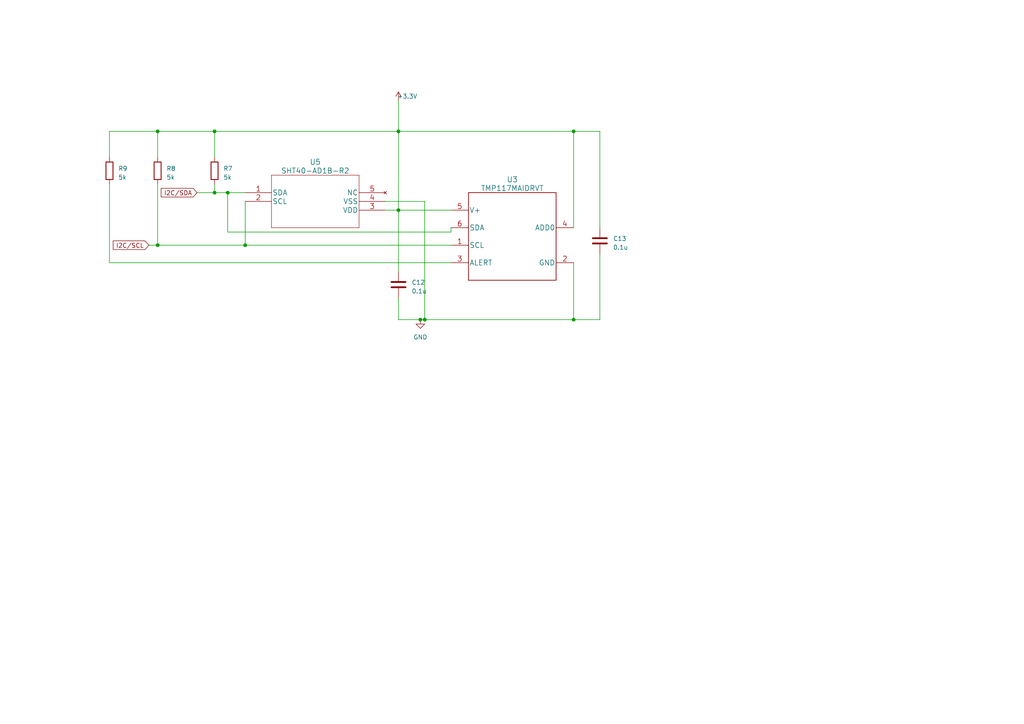
<source format=kicad_sch>
(kicad_sch (version 20230121) (generator eeschema)
  (paper "A4")
  (title_block (company "University of Oulu"))
  (lib_symbols
    (symbol "Device:C" (pin_numbers hide) (pin_names (offset 0.254))
      (property "Reference" "C" (at 0.635 2.54 0))
      (property "Value" "C" (at 0.635 -2.54 0))
      (symbol "C_0_1"
        (polyline (pts (xy -2.032 -0.762) (xy 2.032 -0.762)) (stroke (width 0.508)))
        (polyline (pts (xy -2.032 0.762) (xy 2.032 0.762)) (stroke (width 0.508)))
      )
      (symbol "C_1_1"
        (pin passive line (at 0 3.81 270) (length 2.794) (name "~") (number "1"))
        (pin passive line (at 0 -3.81 90) (length 2.794) (name "~") (number "2"))
      )
    )
    (symbol "Device:R" (pin_numbers hide) (pin_names (offset 0))
      (property "Reference" "R" (at 2.032 0 90))
      (property "Value" "R" (at 0 0 90))
      (symbol "R_0_1"
        (rectangle (start -1.016 -2.54) (end 1.016 2.54) (stroke (width 0.254)))
      )
      (symbol "R_1_1"
        (pin passive line (at 0 3.81 270) (length 1.27) (name "~") (number "1"))
        (pin passive line (at 0 -3.81 90) (length 1.27) (name "~") (number "2"))
      )
    )
    (symbol "SHT40-AD1B-R2:SHT40-AD1B-R2" (pin_names (offset 0.254))
      (property "Reference" "U" (at 20.32 10.16 0))
      (property "Value" "SHT40-AD1B-R2" (at 20.32 7.62 0))
      (symbol "SHT40-AD1B-R2_1_1"
        (polyline (pts (xy 7.62 -10.16) (xy 33.02 -10.16)) (stroke (width 0.127)))
        (polyline (pts (xy 7.62 5.08) (xy 7.62 -10.16)) (stroke (width 0.127)))
        (polyline (pts (xy 33.02 -10.16) (xy 33.02 5.08)) (stroke (width 0.127)))
        (polyline (pts (xy 33.02 5.08) (xy 7.62 5.08)) (stroke (width 0.127)))
        (pin bidirectional line (at 0 0 0) (length 7.62) (name "SDA") (number "1"))
        (pin input line (at 0 -2.54 0) (length 7.62) (name "SCL") (number "2"))
        (pin power_in line (at 40.64 -5.08 180) (length 7.62) (name "VDD") (number "3"))
        (pin power_in line (at 40.64 -2.54 180) (length 7.62) (name "VSS") (number "4"))
        (pin no_connect line (at 40.64 0 180) (length 7.62) (name "NC") (number "5"))
      )
    )
    (symbol "TMP117MAIDRVT:TMP117MAIDRVT" (pin_names (offset 0.254))
      (property "Reference" "U" (at 0 2.54 0))
      (property "Value" "TMP117MAIDRVT" (at 0 0 0))
      (symbol "TMP117MAIDRVT_1_1"
        (polyline (pts (xy -12.7 -12.7) (xy 12.7 -12.7)) (stroke (width 0.2032)))
        (polyline (pts (xy -12.7 12.7) (xy -12.7 -12.7)) (stroke (width 0.2032)))
        (polyline (pts (xy 12.7 -12.7) (xy 12.7 12.7)) (stroke (width 0.2032)))
        (polyline (pts (xy 12.7 12.7) (xy -12.7 12.7)) (stroke (width 0.2032)))
        (pin open_collector line (at -17.78 -2.54 0) (length 5.08) (name "SCL") (number "1"))
        (pin power_in line (at 17.78 -7.62 180) (length 5.08) (name "GND") (number "2"))
        (pin open_collector line (at -17.78 -7.62 0) (length 5.08) (name "ALERT") (number "3"))
        (pin input line (at 17.78 2.54 180) (length 5.08) (name "ADD0") (number "4"))
        (pin power_in line (at -17.78 7.62 0) (length 5.08) (name "V+") (number "5"))
        (pin bidirectional line (at -17.78 2.54 0) (length 5.08) (name "SDA") (number "6"))
      )
    )
    (symbol "power:+3.3V" (power) (pin_names (offset 0))
      (property "Value" "+3.3V" (at 0 3.556 0))
      (symbol "+3.3V_0_1"
        (polyline (pts (xy -0.762 1.27) (xy 0 2.54)))
        (polyline (pts (xy 0 0) (xy 0 2.54)))
        (polyline (pts (xy 0 2.54) (xy 0.762 1.27)))
      )
      (symbol "+3.3V_1_1"
        (pin power_in line (at 0 0 90) (length 0) hide (name "+3.3V") (number "1"))
      )
    )
    (symbol "power:GND" (power) (pin_names (offset 0))
      (property "Value" "GND" (at 0 -3.81 0))
      (symbol "GND_0_1"
        (polyline (pts (xy 0 0) (xy 0 -1.27) (xy 1.27 -1.27) (xy 0 -2.54) (xy -1.27 -1.27) (xy 0 -1.27)))
      )
      (symbol "GND_1_1"
        (pin power_in line (at 0 0 270) (length 0) hide (name "GND") (number "1"))
      )
    )
  )
  (junction (at 45.72 71.12))
  (junction (at 115.57 38.1))
  (junction (at 66.04 55.88))
  (junction (at 62.23 55.88))
  (junction (at 121.92 92.71))
  (junction (at 45.72 38.1))
  (junction (at 123.19 92.71))
  (junction (at 166.37 38.1))
  (junction (at 115.57 60.96))
  (junction (at 62.23 38.1))
  (junction (at 71.12 71.12))
  (junction (at 166.37 92.71))
  (wire (pts (xy 115.57 60.96) (xy 115.57 78.74)))
  (wire (pts (xy 31.75 38.1) (xy 45.72 38.1)))
  (wire (pts (xy 45.72 38.1) (xy 62.23 38.1)))
  (wire (pts (xy 31.75 76.2) (xy 130.81 76.2)))
  (wire (pts (xy 166.37 38.1) (xy 115.57 38.1)))
  (wire (pts (xy 123.19 58.42) (xy 123.19 92.71)))
  (wire (pts (xy 115.57 92.71) (xy 121.92 92.71)))
  (wire (pts (xy 66.04 55.88) (xy 71.12 55.88)))
  (wire (pts (xy 62.23 45.72) (xy 62.23 38.1)))
  (wire (pts (xy 31.75 45.72) (xy 31.75 38.1)))
  (wire (pts (xy 115.57 29.21) (xy 115.57 38.1)))
  (wire (pts (xy 62.23 53.34) (xy 62.23 55.88)))
  (wire (pts (xy 62.23 38.1) (xy 115.57 38.1)))
  (wire (pts (xy 173.99 38.1) (xy 166.37 38.1)))
  (wire (pts (xy 166.37 92.71) (xy 123.19 92.71)))
  (wire (pts (xy 166.37 38.1) (xy 166.37 66.04)))
  (wire (pts (xy 173.99 73.66) (xy 173.99 92.71)))
  (wire (pts (xy 45.72 45.72) (xy 45.72 38.1)))
  (wire (pts (xy 115.57 38.1) (xy 115.57 60.96)))
  (wire (pts (xy 111.76 58.42) (xy 123.19 58.42)))
  (wire (pts (xy 45.72 53.34) (xy 45.72 71.12)))
  (wire (pts (xy 62.23 55.88) (xy 66.04 55.88)))
  (wire (pts (xy 31.75 53.34) (xy 31.75 76.2)))
  (wire (pts (xy 43.18 71.12) (xy 45.72 71.12)))
  (wire (pts (xy 45.72 71.12) (xy 71.12 71.12)))
  (wire (pts (xy 130.81 67.31) (xy 130.81 66.04)))
  (wire (pts (xy 71.12 58.42) (xy 71.12 71.12)))
  (wire (pts (xy 57.15 55.88) (xy 62.23 55.88)))
  (wire (pts (xy 121.92 92.71) (xy 123.19 92.71)))
  (wire (pts (xy 115.57 86.36) (xy 115.57 92.71)))
  (wire (pts (xy 111.76 60.96) (xy 115.57 60.96)))
  (wire (pts (xy 71.12 71.12) (xy 130.81 71.12)))
  (wire (pts (xy 66.04 67.31) (xy 130.81 67.31)))
  (wire (pts (xy 173.99 92.71) (xy 166.37 92.71)))
  (wire (pts (xy 115.57 60.96) (xy 130.81 60.96)))
  (wire (pts (xy 173.99 66.04) (xy 173.99 38.1)))
  (wire (pts (xy 166.37 76.2) (xy 166.37 92.71)))
  (wire (pts (xy 66.04 55.88) (xy 66.04 67.31)))
  (global_label "I2C{slash}SDA" (shape input) (at 57.15 55.88 180) (property "Intersheetrefs" "${INTERSHEET_REFS}" (effects hide)))
  (global_label "I2C{slash}SCL" (shape input) (at 43.18 71.12 180) (property "Intersheetrefs" "${INTERSHEET_REFS}" (effects hide)))
  (symbol (lib_id "Device:R") (at 31.75 49.53 0) (unit 1)
    (property "Reference" "R9" (at 34.29 48.895 0) (effects (justify left)))
    (property "Value" "5k" (at 34.29 51.435 0) (effects (justify left)))
  )
  (symbol (lib_id "SHT40-AD1B-R2:SHT40-AD1B-R2") (at 71.12 55.88 0) (unit 1)
    (property "Reference" "U5" (at 91.44 46.99 0) (effects (font (size 1.524 1.524))))
    (property "Value" "SHT40-AD1B-R2" (at 91.44 49.53 0) (effects (font (size 1.524 1.524))))
    (property "Footprint" "SHT4x_SEN" (effects hide))
  )
  (symbol (lib_id "Device:C") (at 115.57 82.55 0) (unit 1)
    (property "Reference" "C12" (at 119.38 81.915 0) (effects (justify left)))
    (property "Value" "0.1u" (at 119.38 84.455 0) (effects (justify left)))
  )
  (symbol (lib_id "power:GND") (at 121.92 92.71 0) (unit 1)
    (property "Reference" "#PWR02" (effects hide))
    (property "Value" "GND" (at 121.92 97.79 0))
    (instances (project "IoT_sulari" (path "" (reference "#PWR02") (unit 1)) (path "" (reference "#PWR019") (unit 1))))
  )
  (symbol (lib_id "Device:C") (at 173.99 69.85 0) (unit 1)
    (property "Reference" "C13" (at 177.8 69.215 0) (effects (justify left)))
    (property "Value" "0.1u" (at 177.8 71.755 0) (effects (justify left)))
  )
  (symbol (lib_id "Device:R") (at 62.23 49.53 0) (unit 1)
    (property "Reference" "R7" (at 64.77 48.895 0) (effects (justify left)))
    (property "Value" "5k" (at 64.77 51.435 0) (effects (justify left)))
  )
  (symbol (lib_id "TMP117MAIDRVT:TMP117MAIDRVT") (at 148.59 68.58 0) (unit 1)
    (property "Reference" "U3" (at 148.59 52.07 0) (effects (font (size 1.524 1.524))))
    (property "Value" "TMP117MAIDRVT" (at 148.59 54.61 0) (effects (font (size 1.524 1.524))))
    (property "Footprint" "DRV0006B" (effects hide))
  )
  (symbol (lib_id "power:+3.3V") (at 115.57 29.21 0) (unit 1)
    (property "Reference" "#PWR011" (effects hide))
    (property "Value" "+3.3V" (at 118.11 27.94 0))
    (instances (project "IoT_sulari" (path "" (reference "#PWR011") (unit 1)) (path "" (reference "#PWR018") (unit 1))))
  )
  (symbol (lib_id "Device:R") (at 45.72 49.53 0) (unit 1)
    (property "Reference" "R8" (at 48.26 48.895 0) (effects (justify left)))
    (property "Value" "5k" (at 48.26 51.435 0) (effects (justify left)))
  )
)
</source>
